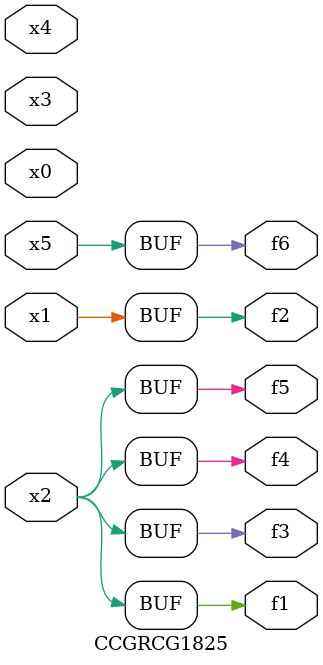
<source format=v>
module CCGRCG1825(
	input x0, x1, x2, x3, x4, x5,
	output f1, f2, f3, f4, f5, f6
);
	assign f1 = x2;
	assign f2 = x1;
	assign f3 = x2;
	assign f4 = x2;
	assign f5 = x2;
	assign f6 = x5;
endmodule

</source>
